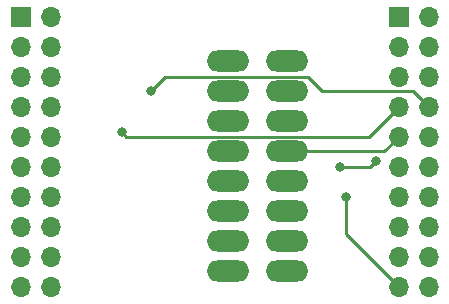
<source format=gbr>
%TF.GenerationSoftware,KiCad,Pcbnew,7.0.9*%
%TF.CreationDate,2024-01-12T22:07:47+01:00*%
%TF.ProjectId,board,626f6172-642e-46b6-9963-61645f706362,rev?*%
%TF.SameCoordinates,Original*%
%TF.FileFunction,Copper,L2,Bot*%
%TF.FilePolarity,Positive*%
%FSLAX46Y46*%
G04 Gerber Fmt 4.6, Leading zero omitted, Abs format (unit mm)*
G04 Created by KiCad (PCBNEW 7.0.9) date 2024-01-12 22:07:47*
%MOMM*%
%LPD*%
G01*
G04 APERTURE LIST*
%TA.AperFunction,ComponentPad*%
%ADD10R,1.700000X1.700000*%
%TD*%
%TA.AperFunction,ComponentPad*%
%ADD11O,1.700000X1.700000*%
%TD*%
%TA.AperFunction,ComponentPad*%
%ADD12O,3.599180X1.798320*%
%TD*%
%TA.AperFunction,ViaPad*%
%ADD13C,0.800000*%
%TD*%
%TA.AperFunction,Conductor*%
%ADD14C,0.250000*%
%TD*%
G04 APERTURE END LIST*
D10*
%TO.P,J1,1,Pin_1*%
%TO.N,+5V*%
X132460000Y-97740000D03*
D11*
%TO.P,J1,2,Pin_2*%
%TO.N,GND*%
X135000000Y-97740000D03*
%TO.P,J1,3,Pin_3*%
%TO.N,unconnected-(J1-Pin_3-Pad3)*%
X132460000Y-100280000D03*
%TO.P,J1,4,Pin_4*%
%TO.N,unconnected-(J1-Pin_4-Pad4)*%
X135000000Y-100280000D03*
%TO.P,J1,5,Pin_5*%
%TO.N,unconnected-(J1-Pin_5-Pad5)*%
X132460000Y-102820000D03*
%TO.P,J1,6,Pin_6*%
%TO.N,unconnected-(J1-Pin_6-Pad6)*%
X135000000Y-102820000D03*
%TO.P,J1,7,Pin_7*%
%TO.N,/SCK*%
X132460000Y-105360000D03*
%TO.P,J1,8,Pin_8*%
%TO.N,/MISO*%
X135000000Y-105360000D03*
%TO.P,J1,9,Pin_9*%
%TO.N,/MAIN_SWITCH_IN*%
X132460000Y-107900000D03*
%TO.P,J1,10,Pin_10*%
%TO.N,/CS_MAX31855*%
X135000000Y-107900000D03*
%TO.P,J1,11,Pin_11*%
%TO.N,unconnected-(J1-Pin_11-Pad11)*%
X132460000Y-110440000D03*
%TO.P,J1,12,Pin_12*%
%TO.N,/POWER_LED*%
X135000000Y-110440000D03*
%TO.P,J1,13,Pin_13*%
%TO.N,unconnected-(J1-Pin_13-Pad13)*%
X132460000Y-112980000D03*
%TO.P,J1,14,Pin_14*%
%TO.N,/SSR_OUT*%
X135000000Y-112980000D03*
%TO.P,J1,15,Pin_15*%
%TO.N,unconnected-(J1-Pin_15-Pad15)*%
X132460000Y-115520000D03*
%TO.P,J1,16,Pin_16*%
%TO.N,unconnected-(J1-Pin_16-Pad16)*%
X135000000Y-115520000D03*
%TO.P,J1,17,Pin_17*%
%TO.N,unconnected-(J1-Pin_17-Pad17)*%
X132460000Y-118060000D03*
%TO.P,J1,18,Pin_18*%
%TO.N,unconnected-(J1-Pin_18-Pad18)*%
X135000000Y-118060000D03*
%TO.P,J1,19,Pin_19*%
%TO.N,GND*%
X132460000Y-120600000D03*
%TO.P,J1,20,Pin_20*%
%TO.N,+3.3V*%
X135000000Y-120600000D03*
%TD*%
D10*
%TO.P,J2,1,Pin_1*%
%TO.N,unconnected-(J2-Pin_1-Pad1)*%
X100460000Y-97740000D03*
D11*
%TO.P,J2,2,Pin_2*%
%TO.N,unconnected-(J2-Pin_2-Pad2)*%
X103000000Y-97740000D03*
%TO.P,J2,3,Pin_3*%
%TO.N,unconnected-(J2-Pin_3-Pad3)*%
X100460000Y-100280000D03*
%TO.P,J2,4,Pin_4*%
%TO.N,unconnected-(J2-Pin_4-Pad4)*%
X103000000Y-100280000D03*
%TO.P,J2,5,Pin_5*%
%TO.N,unconnected-(J2-Pin_5-Pad5)*%
X100460000Y-102820000D03*
%TO.P,J2,6,Pin_6*%
%TO.N,unconnected-(J2-Pin_6-Pad6)*%
X103000000Y-102820000D03*
%TO.P,J2,7,Pin_7*%
%TO.N,unconnected-(J2-Pin_7-Pad7)*%
X100460000Y-105360000D03*
%TO.P,J2,8,Pin_8*%
%TO.N,unconnected-(J2-Pin_8-Pad8)*%
X103000000Y-105360000D03*
%TO.P,J2,9,Pin_9*%
%TO.N,unconnected-(J2-Pin_9-Pad9)*%
X100460000Y-107900000D03*
%TO.P,J2,10,Pin_10*%
%TO.N,unconnected-(J2-Pin_10-Pad10)*%
X103000000Y-107900000D03*
%TO.P,J2,11,Pin_11*%
%TO.N,unconnected-(J2-Pin_11-Pad11)*%
X100460000Y-110440000D03*
%TO.P,J2,12,Pin_12*%
%TO.N,unconnected-(J2-Pin_12-Pad12)*%
X103000000Y-110440000D03*
%TO.P,J2,13,Pin_13*%
%TO.N,unconnected-(J2-Pin_13-Pad13)*%
X100460000Y-112980000D03*
%TO.P,J2,14,Pin_14*%
%TO.N,unconnected-(J2-Pin_14-Pad14)*%
X103000000Y-112980000D03*
%TO.P,J2,15,Pin_15*%
%TO.N,unconnected-(J2-Pin_15-Pad15)*%
X100460000Y-115520000D03*
%TO.P,J2,16,Pin_16*%
%TO.N,unconnected-(J2-Pin_16-Pad16)*%
X103000000Y-115520000D03*
%TO.P,J2,17,Pin_17*%
%TO.N,unconnected-(J2-Pin_17-Pad17)*%
X100460000Y-118060000D03*
%TO.P,J2,18,Pin_18*%
%TO.N,unconnected-(J2-Pin_18-Pad18)*%
X103000000Y-118060000D03*
%TO.P,J2,19,Pin_19*%
%TO.N,unconnected-(J2-Pin_19-Pad19)*%
X100460000Y-120600000D03*
%TO.P,J2,20,Pin_20*%
%TO.N,unconnected-(J2-Pin_20-Pad20)*%
X103000000Y-120600000D03*
%TD*%
D12*
%TO.P,J3,a1,Pin_a1*%
%TO.N,/K_PLUS*%
X122998720Y-119280000D03*
%TO.P,J3,a2,Pin_a2*%
%TO.N,/K_MINUS*%
X122998720Y-116740000D03*
%TO.P,J3,a3,Pin_a3*%
%TO.N,/POWER_LED*%
X122998720Y-114200000D03*
%TO.P,J3,a4,Pin_a4*%
%TO.N,GND*%
X122998720Y-111660000D03*
%TO.P,J3,a5,Pin_a5*%
%TO.N,/MAIN_SWITCH_IN*%
X122998720Y-109120000D03*
%TO.P,J3,a6,Pin_a6*%
%TO.N,GND*%
X122998720Y-106580000D03*
%TO.P,J3,a7,Pin_a7*%
%TO.N,/SSR_OUT*%
X122998720Y-104040000D03*
%TO.P,J3,a8,Pin_a8*%
%TO.N,GND*%
X122998720Y-101500000D03*
%TO.P,J3,b1,Pin_b1*%
%TO.N,/K_PLUS*%
X118000000Y-119280000D03*
%TO.P,J3,b2,Pin_b2*%
%TO.N,/K_MINUS*%
X118000000Y-116740000D03*
%TO.P,J3,b3,Pin_b3*%
%TO.N,/POWER_LED*%
X118000000Y-114200000D03*
%TO.P,J3,b4,Pin_b4*%
%TO.N,GND*%
X118000000Y-111660000D03*
%TO.P,J3,b5,Pin_b5*%
%TO.N,/MAIN_SWITCH_IN*%
X118000000Y-109120000D03*
%TO.P,J3,b6,Pin_b6*%
%TO.N,GND*%
X118000000Y-106580000D03*
%TO.P,J3,b7,Pin_b7*%
%TO.N,/SSR_OUT*%
X118000000Y-104040000D03*
%TO.P,J3,b8,Pin_b8*%
%TO.N,GND*%
X118000000Y-101500000D03*
%TD*%
D13*
%TO.N,GND*%
X128000000Y-113000000D03*
%TO.N,/SCK*%
X109000000Y-107500000D03*
%TO.N,/MISO*%
X111500000Y-104000000D03*
%TO.N,/CS_MAX31855*%
X127500000Y-110500000D03*
X130512299Y-109987701D03*
%TD*%
D14*
%TO.N,GND*%
X128000000Y-113000000D02*
X128000000Y-116140000D01*
X128000000Y-116140000D02*
X132460000Y-120600000D01*
%TO.N,/SCK*%
X132460000Y-105360000D02*
X129924160Y-107895840D01*
X109395840Y-107895840D02*
X109000000Y-107500000D01*
X129924160Y-107895840D02*
X109395840Y-107895840D01*
%TO.N,/MISO*%
X135000000Y-105360000D02*
X133635000Y-103995000D01*
X112684160Y-102815840D02*
X111500000Y-104000000D01*
X133635000Y-103995000D02*
X125995000Y-103995000D01*
X124815840Y-102815840D02*
X112684160Y-102815840D01*
X125995000Y-103995000D02*
X124815840Y-102815840D01*
%TO.N,/MAIN_SWITCH_IN*%
X122998720Y-109120000D02*
X131240000Y-109120000D01*
X131240000Y-109120000D02*
X132460000Y-107900000D01*
%TO.N,/CS_MAX31855*%
X130000000Y-110500000D02*
X127500000Y-110500000D01*
X130512299Y-109987701D02*
X130000000Y-110500000D01*
%TO.N,/K_MINUS*%
X116740000Y-116740000D02*
X118000000Y-116740000D01*
%TD*%
M02*

</source>
